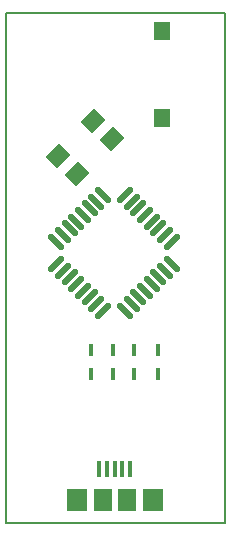
<source format=gtp>
G04*
G04 #@! TF.GenerationSoftware,Altium Limited,Altium Designer,19.1.7 (138)*
G04*
G04 Layer_Color=8421504*
%FSLAX44Y44*%
%MOMM*%
G71*
G01*
G75*
%ADD16C,0.1524*%
%ADD17R,0.4000X1.0000*%
G04:AMPARAMS|DCode=18|XSize=0.55mm|YSize=1.75mm|CornerRadius=0mm|HoleSize=0mm|Usage=FLASHONLY|Rotation=45.000|XOffset=0mm|YOffset=0mm|HoleType=Round|Shape=Round|*
%AMOVALD18*
21,1,1.2000,0.5500,0.0000,0.0000,135.0*
1,1,0.5500,0.4243,-0.4243*
1,1,0.5500,-0.4243,0.4243*
%
%ADD18OVALD18*%

G04:AMPARAMS|DCode=19|XSize=0.55mm|YSize=1.75mm|CornerRadius=0mm|HoleSize=0mm|Usage=FLASHONLY|Rotation=315.000|XOffset=0mm|YOffset=0mm|HoleType=Round|Shape=Round|*
%AMOVALD19*
21,1,1.2000,0.5500,0.0000,0.0000,45.0*
1,1,0.5500,-0.4243,-0.4243*
1,1,0.5500,0.4243,0.4243*
%
%ADD19OVALD19*%

G04:AMPARAMS|DCode=20|XSize=0.55mm|YSize=1.75mm|CornerRadius=0mm|HoleSize=0mm|Usage=FLASHONLY|Rotation=315.000|XOffset=0mm|YOffset=0mm|HoleType=Round|Shape=Round|*
%AMOVALD20*
21,1,1.2000,0.5500,0.0000,0.0000,45.0*
1,1,0.5500,-0.4243,-0.4243*
1,1,0.5500,0.4243,0.4243*
%
%ADD20OVALD20*%

%ADD21R,0.4000X1.3500*%
%ADD22R,1.8000X1.9000*%
%ADD23R,1.5000X1.9000*%
%ADD24R,1.4000X1.5000*%
G04:AMPARAMS|DCode=25|XSize=1.6mm|YSize=1.4mm|CornerRadius=0mm|HoleSize=0mm|Usage=FLASHONLY|Rotation=45.000|XOffset=0mm|YOffset=0mm|HoleType=Round|Shape=Rectangle|*
%AMROTATEDRECTD25*
4,1,4,-0.0707,-1.0607,-1.0607,-0.0707,0.0707,1.0607,1.0607,0.0707,-0.0707,-1.0607,0.0*
%
%ADD25ROTATEDRECTD25*%

D16*
X170180Y-406400D02*
Y25400D01*
X-15240Y-406400D02*
X170180D01*
X-15240Y25400D02*
X170180D01*
X-15240Y-406400D02*
Y25400D01*
D17*
X113030Y-260096D02*
D03*
Y-280416D02*
D03*
X92710Y-259588D02*
D03*
Y-279908D02*
D03*
X74676Y-259588D02*
D03*
Y-279908D02*
D03*
X56642Y-259588D02*
D03*
Y-279908D02*
D03*
D18*
X66468Y-128517D02*
D03*
X60811Y-134174D02*
D03*
X55154Y-139831D02*
D03*
X49497Y-145488D02*
D03*
X43840Y-151145D02*
D03*
X38184Y-156802D02*
D03*
X32527Y-162458D02*
D03*
X26870Y-168116D02*
D03*
X85206Y-226452D02*
D03*
X90863Y-220795D02*
D03*
X96520Y-215138D02*
D03*
X102177Y-209481D02*
D03*
X107834Y-203824D02*
D03*
X113491Y-198167D02*
D03*
X119147Y-192511D02*
D03*
X124804Y-186854D02*
D03*
D19*
X26870Y-186854D02*
D03*
X32527Y-192511D02*
D03*
X38184Y-198167D02*
D03*
X43840Y-203824D02*
D03*
X49497Y-209481D02*
D03*
X55154Y-215138D02*
D03*
X60811Y-220795D02*
D03*
X66468Y-226452D02*
D03*
X124804Y-168116D02*
D03*
X119147Y-162458D02*
D03*
X113491Y-156802D02*
D03*
X107834Y-151145D02*
D03*
X102177Y-145488D02*
D03*
D20*
X96520Y-139831D02*
D03*
X90863Y-134174D02*
D03*
X85206Y-128517D02*
D03*
D21*
X89500Y-360172D02*
D03*
X83000D02*
D03*
X76500D02*
D03*
X70000D02*
D03*
X63500D02*
D03*
D22*
X108700Y-386952D02*
D03*
X44400D02*
D03*
D23*
X86620D02*
D03*
X66380D02*
D03*
D24*
X116840Y10668D02*
D03*
Y-62992D02*
D03*
D25*
X28721Y-95231D02*
D03*
X58420Y-65532D02*
D03*
X73976Y-81088D02*
D03*
X44278Y-110787D02*
D03*
M02*

</source>
